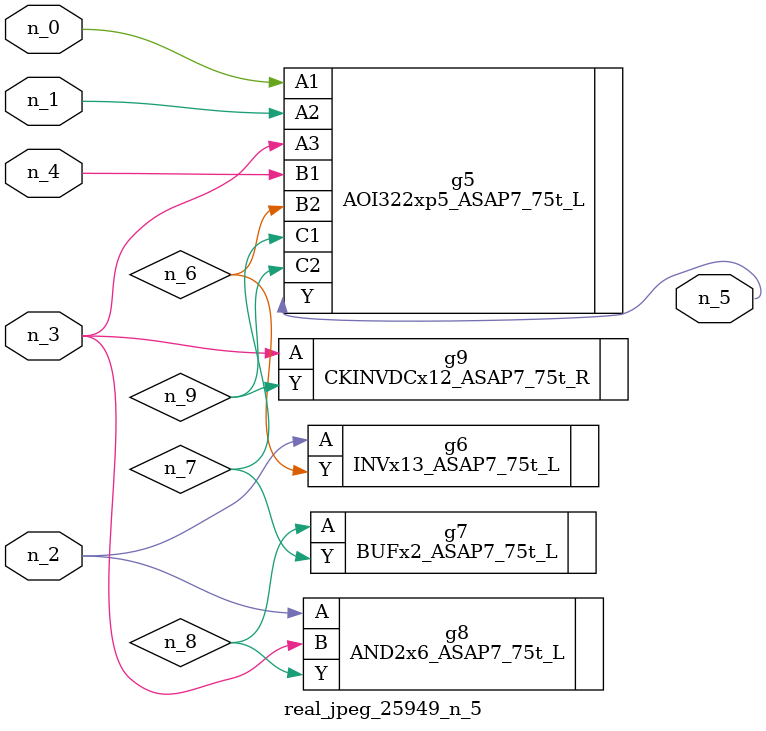
<source format=v>
module real_jpeg_25949_n_5 (n_4, n_0, n_1, n_2, n_3, n_5);

input n_4;
input n_0;
input n_1;
input n_2;
input n_3;

output n_5;

wire n_8;
wire n_6;
wire n_7;
wire n_9;

AOI322xp5_ASAP7_75t_L g5 ( 
.A1(n_0),
.A2(n_1),
.A3(n_3),
.B1(n_4),
.B2(n_6),
.C1(n_7),
.C2(n_9),
.Y(n_5)
);

INVx13_ASAP7_75t_L g6 ( 
.A(n_2),
.Y(n_6)
);

AND2x6_ASAP7_75t_L g8 ( 
.A(n_2),
.B(n_3),
.Y(n_8)
);

CKINVDCx12_ASAP7_75t_R g9 ( 
.A(n_3),
.Y(n_9)
);

BUFx2_ASAP7_75t_L g7 ( 
.A(n_8),
.Y(n_7)
);


endmodule
</source>
